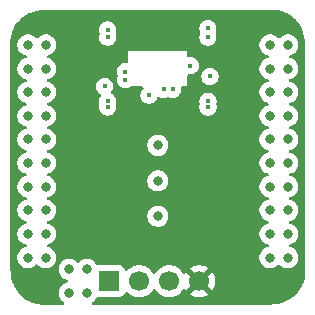
<source format=gbr>
%TF.GenerationSoftware,KiCad,Pcbnew,9.0.6*%
%TF.CreationDate,2025-11-27T01:35:14-08:00*%
%TF.ProjectId,encoder-board,656e636f-6465-4722-9d62-6f6172642e6b,rev?*%
%TF.SameCoordinates,Original*%
%TF.FileFunction,Copper,L3,Inr*%
%TF.FilePolarity,Positive*%
%FSLAX46Y46*%
G04 Gerber Fmt 4.6, Leading zero omitted, Abs format (unit mm)*
G04 Created by KiCad (PCBNEW 9.0.6) date 2025-11-27 01:35:14*
%MOMM*%
%LPD*%
G01*
G04 APERTURE LIST*
%TA.AperFunction,ComponentPad*%
%ADD10R,1.700000X1.700000*%
%TD*%
%TA.AperFunction,ComponentPad*%
%ADD11C,1.700000*%
%TD*%
%TA.AperFunction,ViaPad*%
%ADD12C,0.800000*%
%TD*%
%TA.AperFunction,ViaPad*%
%ADD13C,0.450000*%
%TD*%
G04 APERTURE END LIST*
D10*
%TO.N,GND*%
%TO.C,J1*%
X108380000Y-123000000D03*
D11*
%TO.N,SENSE_B*%
X110920000Y-123000000D03*
%TO.N,SENSE_A*%
X113460000Y-123000000D03*
%TO.N,+5V*%
X116000000Y-123000000D03*
%TD*%
D12*
%TO.N,GND*%
X123500000Y-113000000D03*
X123500000Y-111000000D03*
X101500000Y-115000000D03*
X101500000Y-119000000D03*
X122000000Y-119000000D03*
X122000000Y-121000000D03*
X122000000Y-117000000D03*
X122000000Y-103000000D03*
X101500000Y-109000000D03*
X122000000Y-115000000D03*
X112500000Y-114500000D03*
X105000000Y-124000000D03*
X101500000Y-103000000D03*
D13*
X116750000Y-107750000D03*
D12*
X112500000Y-117500000D03*
X103000000Y-121000000D03*
X101500000Y-105000000D03*
X101500000Y-107000000D03*
X101500000Y-117000000D03*
X103000000Y-113000000D03*
X103000000Y-115000000D03*
X123500000Y-103000000D03*
X103000000Y-109000000D03*
X122000000Y-105000000D03*
X122000000Y-107000000D03*
X101500000Y-113000000D03*
X112500000Y-111500000D03*
X103000000Y-117000000D03*
D13*
X113000000Y-106750000D03*
X108250000Y-107750000D03*
D12*
X103000000Y-103000000D03*
X122000000Y-111000000D03*
D13*
X116740000Y-102330000D03*
D12*
X123500000Y-117000000D03*
X103000000Y-107000000D03*
D13*
X109750000Y-105250000D03*
D12*
X103000000Y-119000000D03*
X123500000Y-115000000D03*
X123500000Y-109000000D03*
X122000000Y-109000000D03*
D13*
X109750000Y-105950000D03*
X108260000Y-101710000D03*
D12*
X106500000Y-122000000D03*
X123500000Y-121000000D03*
D13*
X108250000Y-102340000D03*
D12*
X103000000Y-111000000D03*
D13*
X116740000Y-101600000D03*
D12*
X105000000Y-122000000D03*
X123500000Y-119000000D03*
D13*
X116750000Y-108250000D03*
D12*
X106500000Y-124000000D03*
D13*
X108250000Y-108250000D03*
D12*
X123500000Y-105000000D03*
X101500000Y-121000000D03*
X101500000Y-111000000D03*
D13*
X113750000Y-106750000D03*
D12*
X123500000Y-107000000D03*
X122000000Y-113000000D03*
X103000000Y-105000000D03*
D13*
%TO.N,Net-(U1-A)*%
X116914973Y-105664973D03*
%TO.N,Net-(U2-A)*%
X108000000Y-106500000D03*
%TO.N,SENSE_A*%
X115250000Y-104750000D03*
D12*
%TO.N,+5V*%
X118500000Y-121962500D03*
D13*
X113860000Y-103270000D03*
X119250000Y-104000000D03*
X105750000Y-104000000D03*
X110930000Y-103269898D03*
%TO.N,SENSE_B*%
X111750000Y-107250000D03*
%TD*%
%TA.AperFunction,Conductor*%
%TO.N,+5V*%
G36*
X122001464Y-100000534D02*
G01*
X122204102Y-100005347D01*
X122210177Y-100005642D01*
X122401379Y-100019637D01*
X122407694Y-100020264D01*
X122589554Y-100043032D01*
X122596085Y-100044026D01*
X122768413Y-100075029D01*
X122775115Y-100076428D01*
X122939573Y-100115532D01*
X122946372Y-100117355D01*
X123099981Y-100163291D01*
X123110304Y-100166882D01*
X123400922Y-100282570D01*
X123414596Y-100289006D01*
X123675909Y-100432094D01*
X123688954Y-100440331D01*
X123925346Y-100611066D01*
X123937238Y-100620835D01*
X124150597Y-100819538D01*
X124160987Y-100830466D01*
X124221469Y-100902381D01*
X124352365Y-101058020D01*
X124361033Y-101069645D01*
X124530385Y-101326869D01*
X124537295Y-101338749D01*
X124618655Y-101498380D01*
X124666252Y-101591768D01*
X124683554Y-101625714D01*
X124688805Y-101637494D01*
X124809852Y-101952098D01*
X124813628Y-101963543D01*
X124906426Y-102298756D01*
X124908941Y-102309769D01*
X124969690Y-102645641D01*
X124971250Y-102657518D01*
X124997265Y-102972925D01*
X124999080Y-102994923D01*
X124999500Y-103005116D01*
X124999500Y-121998520D01*
X124999465Y-122001465D01*
X124994651Y-122204087D01*
X124994355Y-122210194D01*
X124980363Y-122401344D01*
X124979734Y-122407695D01*
X124956968Y-122589547D01*
X124955969Y-122596100D01*
X124924970Y-122768403D01*
X124923566Y-122775131D01*
X124884472Y-122939552D01*
X124882636Y-122946396D01*
X124836708Y-123099976D01*
X124833114Y-123110309D01*
X124717433Y-123400908D01*
X124710988Y-123414602D01*
X124567899Y-123675915D01*
X124559660Y-123688963D01*
X124388937Y-123925339D01*
X124379157Y-123937245D01*
X124180461Y-124150597D01*
X124169531Y-124160988D01*
X123941978Y-124352365D01*
X123930353Y-124361033D01*
X123673129Y-124530385D01*
X123661249Y-124537295D01*
X123374291Y-124683550D01*
X123362511Y-124688801D01*
X123047900Y-124809852D01*
X123036455Y-124813628D01*
X122701244Y-124906425D01*
X122690231Y-124908940D01*
X122354355Y-124969691D01*
X122342478Y-124971251D01*
X122005075Y-124999080D01*
X121994882Y-124999500D01*
X107033774Y-124999500D01*
X106966735Y-124979815D01*
X106920980Y-124927011D01*
X106911036Y-124857853D01*
X106940061Y-124794297D01*
X106964883Y-124772398D01*
X107009965Y-124742274D01*
X107074035Y-124699464D01*
X107199464Y-124574035D01*
X107298013Y-124426547D01*
X107300495Y-124420554D01*
X107344331Y-124366151D01*
X107410624Y-124344082D01*
X107428310Y-124344713D01*
X107482127Y-124350500D01*
X109277872Y-124350499D01*
X109337483Y-124344091D01*
X109472331Y-124293796D01*
X109587546Y-124207546D01*
X109673796Y-124092331D01*
X109722810Y-123960916D01*
X109764681Y-123904984D01*
X109830145Y-123880566D01*
X109898418Y-123895417D01*
X109926673Y-123916569D01*
X110040213Y-124030109D01*
X110212179Y-124155048D01*
X110212181Y-124155049D01*
X110212184Y-124155051D01*
X110401588Y-124251557D01*
X110603757Y-124317246D01*
X110813713Y-124350500D01*
X110813714Y-124350500D01*
X111026286Y-124350500D01*
X111026287Y-124350500D01*
X111236243Y-124317246D01*
X111438412Y-124251557D01*
X111627816Y-124155051D01*
X111714138Y-124092335D01*
X111799786Y-124030109D01*
X111799788Y-124030106D01*
X111799792Y-124030104D01*
X111950104Y-123879792D01*
X111950106Y-123879788D01*
X111950109Y-123879786D01*
X112075048Y-123707820D01*
X112075047Y-123707820D01*
X112075051Y-123707816D01*
X112079514Y-123699054D01*
X112127488Y-123648259D01*
X112195308Y-123631463D01*
X112261444Y-123653999D01*
X112300486Y-123699056D01*
X112304951Y-123707820D01*
X112429890Y-123879786D01*
X112580213Y-124030109D01*
X112752179Y-124155048D01*
X112752181Y-124155049D01*
X112752184Y-124155051D01*
X112941588Y-124251557D01*
X113143757Y-124317246D01*
X113353713Y-124350500D01*
X113353714Y-124350500D01*
X113566286Y-124350500D01*
X113566287Y-124350500D01*
X113776243Y-124317246D01*
X113978412Y-124251557D01*
X114167816Y-124155051D01*
X114254138Y-124092335D01*
X114339786Y-124030109D01*
X114339788Y-124030106D01*
X114339792Y-124030104D01*
X114490104Y-123879792D01*
X114490106Y-123879788D01*
X114490109Y-123879786D01*
X114575890Y-123761717D01*
X114615051Y-123707816D01*
X114619793Y-123698508D01*
X114667763Y-123647711D01*
X114735583Y-123630911D01*
X114801719Y-123653445D01*
X114840763Y-123698500D01*
X114845373Y-123707547D01*
X114884728Y-123761716D01*
X115517037Y-123129408D01*
X115534075Y-123192993D01*
X115599901Y-123307007D01*
X115692993Y-123400099D01*
X115807007Y-123465925D01*
X115870590Y-123482962D01*
X115238282Y-124115269D01*
X115238282Y-124115270D01*
X115292449Y-124154624D01*
X115481782Y-124251095D01*
X115683870Y-124316757D01*
X115893754Y-124350000D01*
X116106246Y-124350000D01*
X116316127Y-124316757D01*
X116316130Y-124316757D01*
X116518217Y-124251095D01*
X116707554Y-124154622D01*
X116761716Y-124115270D01*
X116761717Y-124115270D01*
X116129408Y-123482962D01*
X116192993Y-123465925D01*
X116307007Y-123400099D01*
X116400099Y-123307007D01*
X116465925Y-123192993D01*
X116482962Y-123129409D01*
X117115270Y-123761717D01*
X117115270Y-123761716D01*
X117154622Y-123707554D01*
X117251095Y-123518217D01*
X117316757Y-123316130D01*
X117316757Y-123316127D01*
X117350000Y-123106246D01*
X117350000Y-122893753D01*
X117316757Y-122683872D01*
X117316757Y-122683869D01*
X117251095Y-122481782D01*
X117154624Y-122292449D01*
X117115270Y-122238282D01*
X117115269Y-122238282D01*
X116482962Y-122870590D01*
X116465925Y-122807007D01*
X116400099Y-122692993D01*
X116307007Y-122599901D01*
X116192993Y-122534075D01*
X116129409Y-122517037D01*
X116761716Y-121884728D01*
X116707550Y-121845375D01*
X116518217Y-121748904D01*
X116316129Y-121683242D01*
X116106246Y-121650000D01*
X115893754Y-121650000D01*
X115683872Y-121683242D01*
X115683869Y-121683242D01*
X115481782Y-121748904D01*
X115292439Y-121845380D01*
X115238282Y-121884727D01*
X115238282Y-121884728D01*
X115870591Y-122517037D01*
X115807007Y-122534075D01*
X115692993Y-122599901D01*
X115599901Y-122692993D01*
X115534075Y-122807007D01*
X115517037Y-122870591D01*
X114884728Y-122238282D01*
X114884727Y-122238282D01*
X114845380Y-122292440D01*
X114845376Y-122292446D01*
X114840760Y-122301505D01*
X114792781Y-122352297D01*
X114724959Y-122369087D01*
X114658826Y-122346543D01*
X114619794Y-122301493D01*
X114615051Y-122292184D01*
X114615049Y-122292181D01*
X114615048Y-122292179D01*
X114490109Y-122120213D01*
X114339786Y-121969890D01*
X114167820Y-121844951D01*
X113978414Y-121748444D01*
X113978413Y-121748443D01*
X113978412Y-121748443D01*
X113776243Y-121682754D01*
X113776241Y-121682753D01*
X113776240Y-121682753D01*
X113614957Y-121657208D01*
X113566287Y-121649500D01*
X113353713Y-121649500D01*
X113305042Y-121657208D01*
X113143760Y-121682753D01*
X112941585Y-121748444D01*
X112752179Y-121844951D01*
X112580213Y-121969890D01*
X112429890Y-122120213D01*
X112304949Y-122292182D01*
X112300484Y-122300946D01*
X112252509Y-122351742D01*
X112184688Y-122368536D01*
X112118553Y-122345998D01*
X112079516Y-122300946D01*
X112075050Y-122292182D01*
X111950109Y-122120213D01*
X111799786Y-121969890D01*
X111627820Y-121844951D01*
X111438414Y-121748444D01*
X111438413Y-121748443D01*
X111438412Y-121748443D01*
X111236243Y-121682754D01*
X111236241Y-121682753D01*
X111236240Y-121682753D01*
X111074957Y-121657208D01*
X111026287Y-121649500D01*
X110813713Y-121649500D01*
X110765042Y-121657208D01*
X110603760Y-121682753D01*
X110401585Y-121748444D01*
X110212179Y-121844951D01*
X110040215Y-121969889D01*
X109926673Y-122083431D01*
X109865350Y-122116915D01*
X109795658Y-122111931D01*
X109739725Y-122070059D01*
X109722810Y-122039082D01*
X109673797Y-121907671D01*
X109673793Y-121907664D01*
X109587547Y-121792455D01*
X109587544Y-121792452D01*
X109472335Y-121706206D01*
X109472328Y-121706202D01*
X109337482Y-121655908D01*
X109337483Y-121655908D01*
X109277883Y-121649501D01*
X109277881Y-121649500D01*
X109277873Y-121649500D01*
X109277864Y-121649500D01*
X107482129Y-121649500D01*
X107482123Y-121649501D01*
X107428310Y-121655286D01*
X107359551Y-121642879D01*
X107308414Y-121595268D01*
X107300497Y-121579450D01*
X107298013Y-121573453D01*
X107298012Y-121573451D01*
X107298009Y-121573446D01*
X107199464Y-121425965D01*
X107199461Y-121425961D01*
X107074038Y-121300538D01*
X107074034Y-121300535D01*
X106926553Y-121201990D01*
X106926540Y-121201983D01*
X106762667Y-121134106D01*
X106762658Y-121134103D01*
X106588694Y-121099500D01*
X106588691Y-121099500D01*
X106411309Y-121099500D01*
X106411306Y-121099500D01*
X106237341Y-121134103D01*
X106237332Y-121134106D01*
X106073459Y-121201983D01*
X106073446Y-121201990D01*
X105925965Y-121300535D01*
X105925961Y-121300538D01*
X105837681Y-121388819D01*
X105776358Y-121422304D01*
X105706666Y-121417320D01*
X105662319Y-121388819D01*
X105574038Y-121300538D01*
X105574034Y-121300535D01*
X105426553Y-121201990D01*
X105426540Y-121201983D01*
X105262667Y-121134106D01*
X105262658Y-121134103D01*
X105088694Y-121099500D01*
X105088691Y-121099500D01*
X104911309Y-121099500D01*
X104911306Y-121099500D01*
X104737341Y-121134103D01*
X104737332Y-121134106D01*
X104573459Y-121201983D01*
X104573446Y-121201990D01*
X104425965Y-121300535D01*
X104425961Y-121300538D01*
X104300538Y-121425961D01*
X104300535Y-121425965D01*
X104201990Y-121573446D01*
X104201983Y-121573459D01*
X104134106Y-121737332D01*
X104134103Y-121737341D01*
X104099500Y-121911304D01*
X104099500Y-122088695D01*
X104134103Y-122262658D01*
X104134106Y-122262667D01*
X104201983Y-122426540D01*
X104201990Y-122426553D01*
X104300535Y-122574034D01*
X104300538Y-122574038D01*
X104425961Y-122699461D01*
X104425965Y-122699464D01*
X104573446Y-122798009D01*
X104573459Y-122798016D01*
X104696363Y-122848923D01*
X104737334Y-122865894D01*
X104757594Y-122869924D01*
X104800118Y-122878383D01*
X104862028Y-122910768D01*
X104896603Y-122971484D01*
X104892863Y-123041253D01*
X104851996Y-123097925D01*
X104800118Y-123121617D01*
X104737340Y-123134104D01*
X104737332Y-123134106D01*
X104573459Y-123201983D01*
X104573446Y-123201990D01*
X104425965Y-123300535D01*
X104425961Y-123300538D01*
X104300538Y-123425961D01*
X104300535Y-123425965D01*
X104201990Y-123573446D01*
X104201983Y-123573459D01*
X104134106Y-123737332D01*
X104134103Y-123737341D01*
X104099500Y-123911304D01*
X104099500Y-124088695D01*
X104134103Y-124262658D01*
X104134106Y-124262667D01*
X104201983Y-124426540D01*
X104201990Y-124426553D01*
X104300535Y-124574034D01*
X104300538Y-124574038D01*
X104425961Y-124699461D01*
X104425965Y-124699464D01*
X104535117Y-124772398D01*
X104579922Y-124826010D01*
X104588629Y-124895335D01*
X104558474Y-124958363D01*
X104499031Y-124995082D01*
X104466226Y-124999500D01*
X103001480Y-124999500D01*
X102998535Y-124999465D01*
X102795911Y-124994651D01*
X102789804Y-124994355D01*
X102598654Y-124980363D01*
X102592303Y-124979734D01*
X102410451Y-124956968D01*
X102403898Y-124955969D01*
X102231595Y-124924970D01*
X102224867Y-124923566D01*
X102060446Y-124884472D01*
X102053602Y-124882636D01*
X101900022Y-124836708D01*
X101889689Y-124833114D01*
X101599090Y-124717433D01*
X101585396Y-124710988D01*
X101324083Y-124567899D01*
X101311035Y-124559660D01*
X101074659Y-124388937D01*
X101062758Y-124379161D01*
X100849392Y-124180451D01*
X100839010Y-124169531D01*
X100828459Y-124156986D01*
X100647631Y-123941975D01*
X100638965Y-123930353D01*
X100626423Y-123911304D01*
X100469612Y-123673128D01*
X100462703Y-123661249D01*
X100456082Y-123648259D01*
X100316447Y-123374288D01*
X100311197Y-123362511D01*
X100293351Y-123316130D01*
X100190144Y-123047895D01*
X100186370Y-123036455D01*
X100184173Y-123028517D01*
X100093569Y-122701229D01*
X100091061Y-122690247D01*
X100030304Y-122354339D01*
X100028749Y-122342493D01*
X100000920Y-122005074D01*
X100000500Y-121994882D01*
X100000500Y-103001478D01*
X100000535Y-102998534D01*
X100001143Y-102972925D01*
X100002606Y-102911304D01*
X100599500Y-102911304D01*
X100599500Y-103088695D01*
X100634103Y-103262658D01*
X100634106Y-103262667D01*
X100701983Y-103426540D01*
X100701990Y-103426553D01*
X100800535Y-103574034D01*
X100800538Y-103574038D01*
X100925961Y-103699461D01*
X100925965Y-103699464D01*
X101073446Y-103798009D01*
X101073459Y-103798016D01*
X101196363Y-103848923D01*
X101237334Y-103865894D01*
X101257594Y-103869924D01*
X101300118Y-103878383D01*
X101362028Y-103910768D01*
X101396603Y-103971484D01*
X101392863Y-104041253D01*
X101351996Y-104097925D01*
X101300118Y-104121617D01*
X101237340Y-104134104D01*
X101237332Y-104134106D01*
X101073459Y-104201983D01*
X101073446Y-104201990D01*
X100925965Y-104300535D01*
X100925961Y-104300538D01*
X100800538Y-104425961D01*
X100800535Y-104425965D01*
X100701990Y-104573446D01*
X100701983Y-104573459D01*
X100634106Y-104737332D01*
X100634103Y-104737341D01*
X100599500Y-104911304D01*
X100599500Y-105088695D01*
X100634103Y-105262658D01*
X100634106Y-105262667D01*
X100701983Y-105426540D01*
X100701990Y-105426553D01*
X100800535Y-105574034D01*
X100800538Y-105574038D01*
X100925961Y-105699461D01*
X100925965Y-105699464D01*
X101073446Y-105798009D01*
X101073459Y-105798016D01*
X101196363Y-105848923D01*
X101237334Y-105865894D01*
X101257594Y-105869924D01*
X101300118Y-105878383D01*
X101362028Y-105910768D01*
X101396603Y-105971484D01*
X101392863Y-106041253D01*
X101351996Y-106097925D01*
X101300118Y-106121617D01*
X101237340Y-106134104D01*
X101237332Y-106134106D01*
X101073459Y-106201983D01*
X101073446Y-106201990D01*
X100925965Y-106300535D01*
X100925961Y-106300538D01*
X100800538Y-106425961D01*
X100800535Y-106425965D01*
X100701990Y-106573446D01*
X100701983Y-106573459D01*
X100634106Y-106737332D01*
X100634103Y-106737341D01*
X100599500Y-106911304D01*
X100599500Y-107088695D01*
X100634103Y-107262658D01*
X100634106Y-107262667D01*
X100701983Y-107426540D01*
X100701990Y-107426553D01*
X100800535Y-107574034D01*
X100800538Y-107574038D01*
X100925961Y-107699461D01*
X100925965Y-107699464D01*
X101073446Y-107798009D01*
X101073459Y-107798016D01*
X101130052Y-107821457D01*
X101237334Y-107865894D01*
X101257594Y-107869924D01*
X101300118Y-107878383D01*
X101362028Y-107910768D01*
X101396603Y-107971484D01*
X101392863Y-108041253D01*
X101351996Y-108097925D01*
X101300118Y-108121617D01*
X101237340Y-108134104D01*
X101237332Y-108134106D01*
X101073459Y-108201983D01*
X101073446Y-108201990D01*
X100925965Y-108300535D01*
X100925961Y-108300538D01*
X100800538Y-108425961D01*
X100800535Y-108425965D01*
X100701990Y-108573446D01*
X100701983Y-108573459D01*
X100634106Y-108737332D01*
X100634103Y-108737341D01*
X100599500Y-108911304D01*
X100599500Y-109088695D01*
X100634103Y-109262658D01*
X100634106Y-109262667D01*
X100701983Y-109426540D01*
X100701990Y-109426553D01*
X100800535Y-109574034D01*
X100800538Y-109574038D01*
X100925961Y-109699461D01*
X100925965Y-109699464D01*
X101073446Y-109798009D01*
X101073459Y-109798016D01*
X101196363Y-109848923D01*
X101237334Y-109865894D01*
X101257594Y-109869924D01*
X101300118Y-109878383D01*
X101362028Y-109910768D01*
X101396603Y-109971484D01*
X101392863Y-110041253D01*
X101351996Y-110097925D01*
X101300118Y-110121617D01*
X101237340Y-110134104D01*
X101237332Y-110134106D01*
X101073459Y-110201983D01*
X101073446Y-110201990D01*
X100925965Y-110300535D01*
X100925961Y-110300538D01*
X100800538Y-110425961D01*
X100800535Y-110425965D01*
X100701990Y-110573446D01*
X100701983Y-110573459D01*
X100634106Y-110737332D01*
X100634103Y-110737341D01*
X100599500Y-110911304D01*
X100599500Y-111088695D01*
X100634103Y-111262658D01*
X100634106Y-111262667D01*
X100701983Y-111426540D01*
X100701990Y-111426553D01*
X100800535Y-111574034D01*
X100800538Y-111574038D01*
X100925961Y-111699461D01*
X100925965Y-111699464D01*
X101073446Y-111798009D01*
X101073459Y-111798016D01*
X101196363Y-111848923D01*
X101237334Y-111865894D01*
X101257594Y-111869924D01*
X101300118Y-111878383D01*
X101362028Y-111910768D01*
X101396603Y-111971484D01*
X101392863Y-112041253D01*
X101351996Y-112097925D01*
X101300118Y-112121617D01*
X101237340Y-112134104D01*
X101237332Y-112134106D01*
X101073459Y-112201983D01*
X101073446Y-112201990D01*
X100925965Y-112300535D01*
X100925961Y-112300538D01*
X100800538Y-112425961D01*
X100800535Y-112425965D01*
X100701990Y-112573446D01*
X100701983Y-112573459D01*
X100634106Y-112737332D01*
X100634103Y-112737341D01*
X100599500Y-112911304D01*
X100599500Y-113088695D01*
X100634103Y-113262658D01*
X100634106Y-113262667D01*
X100701983Y-113426540D01*
X100701990Y-113426553D01*
X100800535Y-113574034D01*
X100800538Y-113574038D01*
X100925961Y-113699461D01*
X100925965Y-113699464D01*
X101073446Y-113798009D01*
X101073459Y-113798016D01*
X101196363Y-113848923D01*
X101237334Y-113865894D01*
X101257594Y-113869924D01*
X101300118Y-113878383D01*
X101362028Y-113910768D01*
X101396603Y-113971484D01*
X101392863Y-114041253D01*
X101351996Y-114097925D01*
X101300118Y-114121617D01*
X101237340Y-114134104D01*
X101237332Y-114134106D01*
X101073459Y-114201983D01*
X101073446Y-114201990D01*
X100925965Y-114300535D01*
X100925961Y-114300538D01*
X100800538Y-114425961D01*
X100800535Y-114425965D01*
X100701990Y-114573446D01*
X100701983Y-114573459D01*
X100634106Y-114737332D01*
X100634103Y-114737341D01*
X100599500Y-114911304D01*
X100599500Y-115088695D01*
X100634103Y-115262658D01*
X100634106Y-115262667D01*
X100701983Y-115426540D01*
X100701990Y-115426553D01*
X100800535Y-115574034D01*
X100800538Y-115574038D01*
X100925961Y-115699461D01*
X100925965Y-115699464D01*
X101073446Y-115798009D01*
X101073459Y-115798016D01*
X101196363Y-115848923D01*
X101237334Y-115865894D01*
X101257594Y-115869924D01*
X101300118Y-115878383D01*
X101362028Y-115910768D01*
X101396603Y-115971484D01*
X101392863Y-116041253D01*
X101351996Y-116097925D01*
X101300118Y-116121617D01*
X101237340Y-116134104D01*
X101237332Y-116134106D01*
X101073459Y-116201983D01*
X101073446Y-116201990D01*
X100925965Y-116300535D01*
X100925961Y-116300538D01*
X100800538Y-116425961D01*
X100800535Y-116425965D01*
X100701990Y-116573446D01*
X100701983Y-116573459D01*
X100634106Y-116737332D01*
X100634103Y-116737341D01*
X100599500Y-116911304D01*
X100599500Y-117088695D01*
X100634103Y-117262658D01*
X100634106Y-117262667D01*
X100701983Y-117426540D01*
X100701990Y-117426553D01*
X100800535Y-117574034D01*
X100800538Y-117574038D01*
X100925961Y-117699461D01*
X100925965Y-117699464D01*
X101073446Y-117798009D01*
X101073459Y-117798016D01*
X101196363Y-117848923D01*
X101237334Y-117865894D01*
X101257594Y-117869924D01*
X101300118Y-117878383D01*
X101362028Y-117910768D01*
X101396603Y-117971484D01*
X101392863Y-118041253D01*
X101351996Y-118097925D01*
X101300118Y-118121617D01*
X101237340Y-118134104D01*
X101237332Y-118134106D01*
X101073459Y-118201983D01*
X101073446Y-118201990D01*
X100925965Y-118300535D01*
X100925961Y-118300538D01*
X100800538Y-118425961D01*
X100800535Y-118425965D01*
X100701990Y-118573446D01*
X100701983Y-118573459D01*
X100634106Y-118737332D01*
X100634103Y-118737341D01*
X100599500Y-118911304D01*
X100599500Y-119088695D01*
X100634103Y-119262658D01*
X100634106Y-119262667D01*
X100701983Y-119426540D01*
X100701990Y-119426553D01*
X100800535Y-119574034D01*
X100800538Y-119574038D01*
X100925961Y-119699461D01*
X100925965Y-119699464D01*
X101073446Y-119798009D01*
X101073459Y-119798016D01*
X101196363Y-119848923D01*
X101237334Y-119865894D01*
X101257594Y-119869924D01*
X101300118Y-119878383D01*
X101362028Y-119910768D01*
X101396603Y-119971484D01*
X101392863Y-120041253D01*
X101351996Y-120097925D01*
X101300118Y-120121617D01*
X101237340Y-120134104D01*
X101237332Y-120134106D01*
X101073459Y-120201983D01*
X101073446Y-120201990D01*
X100925965Y-120300535D01*
X100925961Y-120300538D01*
X100800538Y-120425961D01*
X100800535Y-120425965D01*
X100701990Y-120573446D01*
X100701983Y-120573459D01*
X100634106Y-120737332D01*
X100634103Y-120737341D01*
X100599500Y-120911304D01*
X100599500Y-121088695D01*
X100634103Y-121262658D01*
X100634106Y-121262667D01*
X100701983Y-121426540D01*
X100701990Y-121426553D01*
X100800535Y-121574034D01*
X100800538Y-121574038D01*
X100925961Y-121699461D01*
X100925965Y-121699464D01*
X101073446Y-121798009D01*
X101073459Y-121798016D01*
X101187796Y-121845375D01*
X101237334Y-121865894D01*
X101237336Y-121865894D01*
X101237341Y-121865896D01*
X101411304Y-121900499D01*
X101411307Y-121900500D01*
X101411309Y-121900500D01*
X101588693Y-121900500D01*
X101588694Y-121900499D01*
X101667987Y-121884727D01*
X101762658Y-121865896D01*
X101762661Y-121865894D01*
X101762666Y-121865894D01*
X101926547Y-121798013D01*
X102074035Y-121699464D01*
X102117591Y-121655908D01*
X102162319Y-121611181D01*
X102223642Y-121577696D01*
X102293334Y-121582680D01*
X102337681Y-121611181D01*
X102425961Y-121699461D01*
X102425965Y-121699464D01*
X102573446Y-121798009D01*
X102573459Y-121798016D01*
X102687796Y-121845375D01*
X102737334Y-121865894D01*
X102737336Y-121865894D01*
X102737341Y-121865896D01*
X102911304Y-121900499D01*
X102911307Y-121900500D01*
X102911309Y-121900500D01*
X103088693Y-121900500D01*
X103088694Y-121900499D01*
X103167987Y-121884727D01*
X103262658Y-121865896D01*
X103262661Y-121865894D01*
X103262666Y-121865894D01*
X103426547Y-121798013D01*
X103574035Y-121699464D01*
X103699464Y-121574035D01*
X103798013Y-121426547D01*
X103799771Y-121422304D01*
X103850207Y-121300538D01*
X103865894Y-121262666D01*
X103900500Y-121088691D01*
X103900500Y-120911309D01*
X103900500Y-120911306D01*
X103900499Y-120911304D01*
X103865896Y-120737341D01*
X103865893Y-120737332D01*
X103798016Y-120573459D01*
X103798009Y-120573446D01*
X103699464Y-120425965D01*
X103699461Y-120425961D01*
X103574038Y-120300538D01*
X103574034Y-120300535D01*
X103426553Y-120201990D01*
X103426540Y-120201983D01*
X103262667Y-120134106D01*
X103262658Y-120134103D01*
X103199882Y-120121617D01*
X103137971Y-120089232D01*
X103103397Y-120028517D01*
X103107136Y-119958747D01*
X103148003Y-119902075D01*
X103199882Y-119878383D01*
X103262658Y-119865896D01*
X103262661Y-119865894D01*
X103262666Y-119865894D01*
X103426547Y-119798013D01*
X103574035Y-119699464D01*
X103699464Y-119574035D01*
X103798013Y-119426547D01*
X103865894Y-119262666D01*
X103900500Y-119088691D01*
X103900500Y-118911309D01*
X103900500Y-118911306D01*
X103900499Y-118911304D01*
X103865896Y-118737341D01*
X103865893Y-118737332D01*
X103798016Y-118573459D01*
X103798009Y-118573446D01*
X103699464Y-118425965D01*
X103699461Y-118425961D01*
X103574038Y-118300538D01*
X103574034Y-118300535D01*
X103426553Y-118201990D01*
X103426540Y-118201983D01*
X103262667Y-118134106D01*
X103262658Y-118134103D01*
X103199882Y-118121617D01*
X103137971Y-118089232D01*
X103103397Y-118028517D01*
X103107136Y-117958747D01*
X103148003Y-117902075D01*
X103199882Y-117878383D01*
X103262658Y-117865896D01*
X103262661Y-117865894D01*
X103262666Y-117865894D01*
X103426547Y-117798013D01*
X103574035Y-117699464D01*
X103699464Y-117574035D01*
X103798013Y-117426547D01*
X103804327Y-117411304D01*
X111599500Y-117411304D01*
X111599500Y-117588695D01*
X111634103Y-117762658D01*
X111634106Y-117762667D01*
X111701983Y-117926540D01*
X111701990Y-117926553D01*
X111800535Y-118074034D01*
X111800538Y-118074038D01*
X111925961Y-118199461D01*
X111925965Y-118199464D01*
X112073446Y-118298009D01*
X112073459Y-118298016D01*
X112196363Y-118348923D01*
X112237334Y-118365894D01*
X112237336Y-118365894D01*
X112237341Y-118365896D01*
X112411304Y-118400499D01*
X112411307Y-118400500D01*
X112411309Y-118400500D01*
X112588693Y-118400500D01*
X112588694Y-118400499D01*
X112647415Y-118388819D01*
X112762658Y-118365896D01*
X112762661Y-118365894D01*
X112762666Y-118365894D01*
X112926547Y-118298013D01*
X113074035Y-118199464D01*
X113199464Y-118074035D01*
X113298013Y-117926547D01*
X113365894Y-117762666D01*
X113378467Y-117699461D01*
X113396026Y-117611181D01*
X113400500Y-117588691D01*
X113400500Y-117411309D01*
X113400500Y-117411306D01*
X113400499Y-117411304D01*
X113365896Y-117237341D01*
X113365893Y-117237332D01*
X113298016Y-117073459D01*
X113298009Y-117073446D01*
X113199464Y-116925965D01*
X113199461Y-116925961D01*
X113074038Y-116800538D01*
X113074034Y-116800535D01*
X112926553Y-116701990D01*
X112926540Y-116701983D01*
X112762667Y-116634106D01*
X112762658Y-116634103D01*
X112588694Y-116599500D01*
X112588691Y-116599500D01*
X112411309Y-116599500D01*
X112411306Y-116599500D01*
X112237341Y-116634103D01*
X112237332Y-116634106D01*
X112073459Y-116701983D01*
X112073446Y-116701990D01*
X111925965Y-116800535D01*
X111925961Y-116800538D01*
X111800538Y-116925961D01*
X111800535Y-116925965D01*
X111701990Y-117073446D01*
X111701983Y-117073459D01*
X111634106Y-117237332D01*
X111634103Y-117237341D01*
X111599500Y-117411304D01*
X103804327Y-117411304D01*
X103865894Y-117262666D01*
X103870932Y-117237341D01*
X103900499Y-117088695D01*
X103900500Y-117088693D01*
X103900500Y-116911306D01*
X103900499Y-116911304D01*
X103865896Y-116737341D01*
X103865893Y-116737332D01*
X103798016Y-116573459D01*
X103798009Y-116573446D01*
X103699464Y-116425965D01*
X103699461Y-116425961D01*
X103574038Y-116300538D01*
X103574034Y-116300535D01*
X103426553Y-116201990D01*
X103426540Y-116201983D01*
X103262667Y-116134106D01*
X103262658Y-116134103D01*
X103199882Y-116121617D01*
X103137971Y-116089232D01*
X103103397Y-116028517D01*
X103107136Y-115958747D01*
X103148003Y-115902075D01*
X103199882Y-115878383D01*
X103262658Y-115865896D01*
X103262661Y-115865894D01*
X103262666Y-115865894D01*
X103426547Y-115798013D01*
X103574035Y-115699464D01*
X103699464Y-115574035D01*
X103798013Y-115426547D01*
X103865894Y-115262666D01*
X103878467Y-115199461D01*
X103900499Y-115088695D01*
X103900500Y-115088693D01*
X103900500Y-114911306D01*
X103900499Y-114911304D01*
X103865896Y-114737341D01*
X103865893Y-114737332D01*
X103798016Y-114573459D01*
X103798009Y-114573446D01*
X103731633Y-114474108D01*
X103699464Y-114425965D01*
X103699461Y-114425961D01*
X103684804Y-114411304D01*
X111599500Y-114411304D01*
X111599500Y-114588695D01*
X111634103Y-114762658D01*
X111634106Y-114762667D01*
X111701983Y-114926540D01*
X111701990Y-114926553D01*
X111800535Y-115074034D01*
X111800538Y-115074038D01*
X111925961Y-115199461D01*
X111925965Y-115199464D01*
X112073446Y-115298009D01*
X112073459Y-115298016D01*
X112196363Y-115348923D01*
X112237334Y-115365894D01*
X112237336Y-115365894D01*
X112237341Y-115365896D01*
X112411304Y-115400499D01*
X112411307Y-115400500D01*
X112411309Y-115400500D01*
X112588693Y-115400500D01*
X112588694Y-115400499D01*
X112646682Y-115388964D01*
X112762658Y-115365896D01*
X112762661Y-115365894D01*
X112762666Y-115365894D01*
X112926547Y-115298013D01*
X113074035Y-115199464D01*
X113199464Y-115074035D01*
X113298013Y-114926547D01*
X113365894Y-114762666D01*
X113370932Y-114737341D01*
X113400499Y-114588695D01*
X113400500Y-114588693D01*
X113400500Y-114411306D01*
X113400499Y-114411304D01*
X113365896Y-114237341D01*
X113365893Y-114237332D01*
X113298016Y-114073459D01*
X113298009Y-114073446D01*
X113199464Y-113925965D01*
X113199461Y-113925961D01*
X113074038Y-113800538D01*
X113074034Y-113800535D01*
X112926553Y-113701990D01*
X112926540Y-113701983D01*
X112762667Y-113634106D01*
X112762658Y-113634103D01*
X112588694Y-113599500D01*
X112588691Y-113599500D01*
X112411309Y-113599500D01*
X112411306Y-113599500D01*
X112237341Y-113634103D01*
X112237332Y-113634106D01*
X112073459Y-113701983D01*
X112073446Y-113701990D01*
X111925965Y-113800535D01*
X111925961Y-113800538D01*
X111800538Y-113925961D01*
X111800535Y-113925965D01*
X111701990Y-114073446D01*
X111701983Y-114073459D01*
X111634106Y-114237332D01*
X111634103Y-114237341D01*
X111599500Y-114411304D01*
X103684804Y-114411304D01*
X103574038Y-114300538D01*
X103574034Y-114300535D01*
X103426553Y-114201990D01*
X103426540Y-114201983D01*
X103262667Y-114134106D01*
X103262658Y-114134103D01*
X103199882Y-114121617D01*
X103137971Y-114089232D01*
X103103397Y-114028517D01*
X103107136Y-113958747D01*
X103148003Y-113902075D01*
X103199882Y-113878383D01*
X103262658Y-113865896D01*
X103262661Y-113865894D01*
X103262666Y-113865894D01*
X103426547Y-113798013D01*
X103574035Y-113699464D01*
X103699464Y-113574035D01*
X103798013Y-113426547D01*
X103865894Y-113262666D01*
X103900500Y-113088691D01*
X103900500Y-112911309D01*
X103900500Y-112911306D01*
X103900499Y-112911304D01*
X103865896Y-112737341D01*
X103865893Y-112737332D01*
X103798016Y-112573459D01*
X103798009Y-112573446D01*
X103699464Y-112425965D01*
X103699461Y-112425961D01*
X103574038Y-112300538D01*
X103574034Y-112300535D01*
X103426553Y-112201990D01*
X103426540Y-112201983D01*
X103262667Y-112134106D01*
X103262658Y-112134103D01*
X103199882Y-112121617D01*
X103137971Y-112089232D01*
X103103397Y-112028517D01*
X103107136Y-111958747D01*
X103148003Y-111902075D01*
X103199882Y-111878383D01*
X103262658Y-111865896D01*
X103262661Y-111865894D01*
X103262666Y-111865894D01*
X103426547Y-111798013D01*
X103574035Y-111699464D01*
X103699464Y-111574035D01*
X103798013Y-111426547D01*
X103804327Y-111411304D01*
X111599500Y-111411304D01*
X111599500Y-111588695D01*
X111634103Y-111762658D01*
X111634106Y-111762667D01*
X111701983Y-111926540D01*
X111701990Y-111926553D01*
X111800535Y-112074034D01*
X111800538Y-112074038D01*
X111925961Y-112199461D01*
X111925965Y-112199464D01*
X112073446Y-112298009D01*
X112073459Y-112298016D01*
X112196363Y-112348923D01*
X112237334Y-112365894D01*
X112237336Y-112365894D01*
X112237341Y-112365896D01*
X112411304Y-112400499D01*
X112411307Y-112400500D01*
X112411309Y-112400500D01*
X112588693Y-112400500D01*
X112588694Y-112400499D01*
X112647415Y-112388819D01*
X112762658Y-112365896D01*
X112762661Y-112365894D01*
X112762666Y-112365894D01*
X112926547Y-112298013D01*
X113074035Y-112199464D01*
X113199464Y-112074035D01*
X113298013Y-111926547D01*
X113365894Y-111762666D01*
X113378467Y-111699461D01*
X113396026Y-111611181D01*
X113400500Y-111588691D01*
X113400500Y-111411309D01*
X113400500Y-111411306D01*
X113400499Y-111411304D01*
X113365896Y-111237341D01*
X113365893Y-111237332D01*
X113298016Y-111073459D01*
X113298009Y-111073446D01*
X113199464Y-110925965D01*
X113199461Y-110925961D01*
X113074038Y-110800538D01*
X113074034Y-110800535D01*
X112926553Y-110701990D01*
X112926540Y-110701983D01*
X112762667Y-110634106D01*
X112762658Y-110634103D01*
X112588694Y-110599500D01*
X112588691Y-110599500D01*
X112411309Y-110599500D01*
X112411306Y-110599500D01*
X112237341Y-110634103D01*
X112237332Y-110634106D01*
X112073459Y-110701983D01*
X112073446Y-110701990D01*
X111925965Y-110800535D01*
X111925961Y-110800538D01*
X111800538Y-110925961D01*
X111800535Y-110925965D01*
X111701990Y-111073446D01*
X111701983Y-111073459D01*
X111634106Y-111237332D01*
X111634103Y-111237341D01*
X111599500Y-111411304D01*
X103804327Y-111411304D01*
X103865894Y-111262666D01*
X103870932Y-111237341D01*
X103900499Y-111088695D01*
X103900500Y-111088693D01*
X103900500Y-110911306D01*
X103900499Y-110911304D01*
X103865896Y-110737341D01*
X103865893Y-110737332D01*
X103798016Y-110573459D01*
X103798009Y-110573446D01*
X103699464Y-110425965D01*
X103699461Y-110425961D01*
X103574038Y-110300538D01*
X103574034Y-110300535D01*
X103426553Y-110201990D01*
X103426540Y-110201983D01*
X103262667Y-110134106D01*
X103262658Y-110134103D01*
X103199882Y-110121617D01*
X103137971Y-110089232D01*
X103103397Y-110028517D01*
X103107136Y-109958747D01*
X103148003Y-109902075D01*
X103199882Y-109878383D01*
X103262658Y-109865896D01*
X103262661Y-109865894D01*
X103262666Y-109865894D01*
X103426547Y-109798013D01*
X103574035Y-109699464D01*
X103699464Y-109574035D01*
X103798013Y-109426547D01*
X103865894Y-109262666D01*
X103900500Y-109088691D01*
X103900500Y-108911309D01*
X103900500Y-108911306D01*
X103900499Y-108911304D01*
X103865896Y-108737341D01*
X103865893Y-108737332D01*
X103798016Y-108573459D01*
X103798009Y-108573446D01*
X103699464Y-108425965D01*
X103699461Y-108425961D01*
X103574038Y-108300538D01*
X103574034Y-108300535D01*
X103426553Y-108201990D01*
X103426540Y-108201983D01*
X103262667Y-108134106D01*
X103262658Y-108134103D01*
X103199882Y-108121617D01*
X103137971Y-108089232D01*
X103103397Y-108028517D01*
X103107136Y-107958747D01*
X103148003Y-107902075D01*
X103199882Y-107878383D01*
X103262658Y-107865896D01*
X103262661Y-107865894D01*
X103262666Y-107865894D01*
X103426547Y-107798013D01*
X103574035Y-107699464D01*
X103699464Y-107574035D01*
X103798013Y-107426547D01*
X103865894Y-107262666D01*
X103875877Y-107212482D01*
X103899513Y-107093653D01*
X103900500Y-107088691D01*
X103900500Y-106911309D01*
X103900500Y-106911306D01*
X103900499Y-106911304D01*
X103865896Y-106737341D01*
X103865893Y-106737332D01*
X103855240Y-106711614D01*
X103806081Y-106592930D01*
X103798016Y-106573459D01*
X103798009Y-106573446D01*
X103796680Y-106571457D01*
X107274499Y-106571457D01*
X107302379Y-106711614D01*
X107302381Y-106711620D01*
X107357069Y-106843650D01*
X107357074Y-106843659D01*
X107436467Y-106962478D01*
X107436470Y-106962482D01*
X107537517Y-107063529D01*
X107537521Y-107063532D01*
X107640861Y-107132582D01*
X107685666Y-107186194D01*
X107694373Y-107255519D01*
X107675072Y-107304575D01*
X107607074Y-107406340D01*
X107607069Y-107406349D01*
X107552381Y-107538379D01*
X107552379Y-107538385D01*
X107524500Y-107678542D01*
X107524500Y-107678545D01*
X107524500Y-107821455D01*
X107524500Y-107821457D01*
X107524499Y-107821457D01*
X107552381Y-107961626D01*
X107553106Y-107964014D01*
X107553117Y-107965324D01*
X107553569Y-107967594D01*
X107553138Y-107967679D01*
X107553725Y-108033881D01*
X107553106Y-108035986D01*
X107552381Y-108038373D01*
X107524500Y-108178542D01*
X107524500Y-108178545D01*
X107524500Y-108321455D01*
X107524500Y-108321457D01*
X107524499Y-108321457D01*
X107552379Y-108461614D01*
X107552381Y-108461620D01*
X107607069Y-108593650D01*
X107607074Y-108593659D01*
X107686467Y-108712478D01*
X107686470Y-108712482D01*
X107787517Y-108813529D01*
X107787521Y-108813532D01*
X107906340Y-108892925D01*
X107906346Y-108892928D01*
X107906347Y-108892929D01*
X108038380Y-108947619D01*
X108038384Y-108947619D01*
X108038385Y-108947620D01*
X108178542Y-108975500D01*
X108178545Y-108975500D01*
X108321457Y-108975500D01*
X108415751Y-108956742D01*
X108461620Y-108947619D01*
X108593653Y-108892929D01*
X108712479Y-108813532D01*
X108813532Y-108712479D01*
X108892929Y-108593653D01*
X108947619Y-108461620D01*
X108975500Y-108321455D01*
X108975500Y-108178545D01*
X108975500Y-108178542D01*
X108947619Y-108038379D01*
X108946897Y-108035999D01*
X108946885Y-108034689D01*
X108946431Y-108032406D01*
X108946864Y-108032319D01*
X108946271Y-107966133D01*
X108946897Y-107964001D01*
X108947619Y-107961620D01*
X108975500Y-107821457D01*
X108975500Y-107678542D01*
X108947620Y-107538385D01*
X108947619Y-107538384D01*
X108947619Y-107538380D01*
X108892929Y-107406347D01*
X108892928Y-107406346D01*
X108892925Y-107406340D01*
X108813532Y-107287521D01*
X108813529Y-107287517D01*
X108712482Y-107186470D01*
X108712478Y-107186467D01*
X108609138Y-107117417D01*
X108564333Y-107063805D01*
X108555626Y-106994480D01*
X108574924Y-106945428D01*
X108642929Y-106843653D01*
X108697619Y-106711620D01*
X108711538Y-106641647D01*
X108725500Y-106571457D01*
X108725500Y-106428542D01*
X108697620Y-106288385D01*
X108697619Y-106288384D01*
X108697619Y-106288380D01*
X108642929Y-106156347D01*
X108642928Y-106156346D01*
X108642925Y-106156340D01*
X108563532Y-106037521D01*
X108563529Y-106037517D01*
X108462482Y-105936470D01*
X108462478Y-105936467D01*
X108343659Y-105857074D01*
X108343650Y-105857069D01*
X108211620Y-105802381D01*
X108211614Y-105802379D01*
X108071457Y-105774500D01*
X108071455Y-105774500D01*
X107928545Y-105774500D01*
X107928543Y-105774500D01*
X107788385Y-105802379D01*
X107788379Y-105802381D01*
X107656349Y-105857069D01*
X107656340Y-105857074D01*
X107537521Y-105936467D01*
X107537517Y-105936470D01*
X107436470Y-106037517D01*
X107436467Y-106037521D01*
X107357074Y-106156340D01*
X107357069Y-106156349D01*
X107302381Y-106288379D01*
X107302379Y-106288385D01*
X107274500Y-106428542D01*
X107274500Y-106428545D01*
X107274500Y-106571455D01*
X107274500Y-106571457D01*
X107274499Y-106571457D01*
X103796680Y-106571457D01*
X103743151Y-106491346D01*
X103743150Y-106491345D01*
X103699461Y-106425961D01*
X103574038Y-106300538D01*
X103574034Y-106300535D01*
X103426553Y-106201990D01*
X103426540Y-106201983D01*
X103262667Y-106134106D01*
X103262658Y-106134103D01*
X103199882Y-106121617D01*
X103137971Y-106089232D01*
X103103397Y-106028517D01*
X103107136Y-105958747D01*
X103148003Y-105902075D01*
X103199882Y-105878383D01*
X103262658Y-105865896D01*
X103262661Y-105865894D01*
X103262666Y-105865894D01*
X103416002Y-105802381D01*
X103426540Y-105798016D01*
X103426540Y-105798015D01*
X103426547Y-105798013D01*
X103574035Y-105699464D01*
X103699464Y-105574035D01*
X103798013Y-105426547D01*
X103841542Y-105321457D01*
X109024499Y-105321457D01*
X109052379Y-105461614D01*
X109052382Y-105461624D01*
X109090044Y-105552548D01*
X109097513Y-105622017D01*
X109090044Y-105647452D01*
X109052382Y-105738375D01*
X109052379Y-105738385D01*
X109024500Y-105878542D01*
X109024500Y-105878545D01*
X109024500Y-106021455D01*
X109024500Y-106021457D01*
X109024499Y-106021457D01*
X109052379Y-106161614D01*
X109052381Y-106161620D01*
X109107069Y-106293650D01*
X109107074Y-106293659D01*
X109186467Y-106412478D01*
X109186470Y-106412482D01*
X109287517Y-106513529D01*
X109287521Y-106513532D01*
X109406340Y-106592925D01*
X109406346Y-106592928D01*
X109406347Y-106592929D01*
X109538380Y-106647619D01*
X109538384Y-106647619D01*
X109538385Y-106647620D01*
X109678542Y-106675500D01*
X109678545Y-106675500D01*
X109821457Y-106675500D01*
X109915751Y-106656742D01*
X109961620Y-106647619D01*
X110093653Y-106592929D01*
X110093659Y-106592925D01*
X110201456Y-106520898D01*
X110268134Y-106500020D01*
X110270347Y-106500000D01*
X111174626Y-106500000D01*
X111241665Y-106519685D01*
X111287420Y-106572489D01*
X111297364Y-106641647D01*
X111268339Y-106705203D01*
X111262307Y-106711681D01*
X111186470Y-106787517D01*
X111186467Y-106787521D01*
X111107074Y-106906340D01*
X111107069Y-106906349D01*
X111052381Y-107038379D01*
X111052379Y-107038385D01*
X111024500Y-107178542D01*
X111024500Y-107178545D01*
X111024500Y-107321455D01*
X111024500Y-107321457D01*
X111024499Y-107321457D01*
X111052379Y-107461614D01*
X111052381Y-107461620D01*
X111107069Y-107593650D01*
X111107074Y-107593659D01*
X111186467Y-107712478D01*
X111186470Y-107712482D01*
X111287517Y-107813529D01*
X111287521Y-107813532D01*
X111406340Y-107892925D01*
X111406346Y-107892928D01*
X111406347Y-107892929D01*
X111538380Y-107947619D01*
X111538384Y-107947619D01*
X111538385Y-107947620D01*
X111678542Y-107975500D01*
X111678545Y-107975500D01*
X111821457Y-107975500D01*
X111915751Y-107956742D01*
X111961620Y-107947619D01*
X112093653Y-107892929D01*
X112200618Y-107821457D01*
X116024499Y-107821457D01*
X116052381Y-107961626D01*
X116053106Y-107964014D01*
X116053117Y-107965324D01*
X116053569Y-107967594D01*
X116053138Y-107967679D01*
X116053725Y-108033881D01*
X116053106Y-108035986D01*
X116052381Y-108038373D01*
X116024500Y-108178542D01*
X116024500Y-108178545D01*
X116024500Y-108321455D01*
X116024500Y-108321457D01*
X116024499Y-108321457D01*
X116052379Y-108461614D01*
X116052381Y-108461620D01*
X116107069Y-108593650D01*
X116107074Y-108593659D01*
X116186467Y-108712478D01*
X116186470Y-108712482D01*
X116287517Y-108813529D01*
X116287521Y-108813532D01*
X116406340Y-108892925D01*
X116406346Y-108892928D01*
X116406347Y-108892929D01*
X116538380Y-108947619D01*
X116538384Y-108947619D01*
X116538385Y-108947620D01*
X116678542Y-108975500D01*
X116678545Y-108975500D01*
X116821457Y-108975500D01*
X116915751Y-108956742D01*
X116961620Y-108947619D01*
X117093653Y-108892929D01*
X117212479Y-108813532D01*
X117313532Y-108712479D01*
X117392929Y-108593653D01*
X117447619Y-108461620D01*
X117475500Y-108321455D01*
X117475500Y-108178545D01*
X117475500Y-108178542D01*
X117447619Y-108038379D01*
X117446897Y-108035999D01*
X117446885Y-108034689D01*
X117446431Y-108032406D01*
X117446864Y-108032319D01*
X117446271Y-107966133D01*
X117446897Y-107964001D01*
X117447619Y-107961620D01*
X117475500Y-107821457D01*
X117475500Y-107678542D01*
X117447620Y-107538385D01*
X117447619Y-107538384D01*
X117447619Y-107538380D01*
X117392929Y-107406347D01*
X117392928Y-107406346D01*
X117392925Y-107406340D01*
X117313532Y-107287521D01*
X117313529Y-107287517D01*
X117212482Y-107186470D01*
X117212478Y-107186467D01*
X117093659Y-107107074D01*
X117093650Y-107107069D01*
X116961620Y-107052381D01*
X116961614Y-107052379D01*
X116821457Y-107024500D01*
X116821455Y-107024500D01*
X116678545Y-107024500D01*
X116678543Y-107024500D01*
X116538385Y-107052379D01*
X116538379Y-107052381D01*
X116406349Y-107107069D01*
X116406340Y-107107074D01*
X116287521Y-107186467D01*
X116287517Y-107186470D01*
X116186470Y-107287517D01*
X116186467Y-107287521D01*
X116107074Y-107406340D01*
X116107069Y-107406349D01*
X116052381Y-107538379D01*
X116052379Y-107538385D01*
X116024500Y-107678542D01*
X116024500Y-107678545D01*
X116024500Y-107821455D01*
X116024500Y-107821457D01*
X116024499Y-107821457D01*
X112200618Y-107821457D01*
X112212479Y-107813532D01*
X112313532Y-107712479D01*
X112392929Y-107593653D01*
X112447619Y-107461620D01*
X112450464Y-107447317D01*
X112455482Y-107435527D01*
X112469853Y-107418042D01*
X112480340Y-107397991D01*
X112491610Y-107391571D01*
X112499848Y-107381550D01*
X112521390Y-107374610D01*
X112541053Y-107363412D01*
X112554004Y-107364105D01*
X112566352Y-107360128D01*
X112588224Y-107365936D01*
X112610823Y-107367146D01*
X112631216Y-107377353D01*
X112633881Y-107378061D01*
X112634933Y-107379214D01*
X112638470Y-107380984D01*
X112654315Y-107391571D01*
X112656344Y-107392927D01*
X112656349Y-107392930D01*
X112672452Y-107399600D01*
X112788380Y-107447619D01*
X112788384Y-107447619D01*
X112788385Y-107447620D01*
X112928542Y-107475500D01*
X112928545Y-107475500D01*
X113071457Y-107475500D01*
X113165751Y-107456742D01*
X113211620Y-107447619D01*
X113327548Y-107399599D01*
X113397016Y-107392131D01*
X113422450Y-107399599D01*
X113538380Y-107447619D01*
X113538384Y-107447619D01*
X113538385Y-107447620D01*
X113678542Y-107475500D01*
X113678545Y-107475500D01*
X113821457Y-107475500D01*
X113915751Y-107456742D01*
X113961620Y-107447619D01*
X114093653Y-107392929D01*
X114212479Y-107313532D01*
X114313532Y-107212479D01*
X114392929Y-107093653D01*
X114447619Y-106961620D01*
X114458615Y-106906340D01*
X114475500Y-106821457D01*
X114475500Y-106678542D01*
X114475499Y-106678540D01*
X114469463Y-106648191D01*
X114475690Y-106578599D01*
X114518553Y-106523422D01*
X114584443Y-106500178D01*
X114591080Y-106500000D01*
X115000000Y-106500000D01*
X115000000Y-105736430D01*
X116189472Y-105736430D01*
X116217352Y-105876587D01*
X116217354Y-105876593D01*
X116272042Y-106008623D01*
X116272047Y-106008632D01*
X116351440Y-106127451D01*
X116351443Y-106127455D01*
X116452490Y-106228502D01*
X116452494Y-106228505D01*
X116571313Y-106307898D01*
X116571319Y-106307901D01*
X116571320Y-106307902D01*
X116703353Y-106362592D01*
X116703357Y-106362592D01*
X116703358Y-106362593D01*
X116843515Y-106390473D01*
X116843518Y-106390473D01*
X116986430Y-106390473D01*
X117080724Y-106371715D01*
X117126593Y-106362592D01*
X117258626Y-106307902D01*
X117377452Y-106228505D01*
X117478505Y-106127452D01*
X117557902Y-106008626D01*
X117612592Y-105876593D01*
X117640473Y-105736428D01*
X117640473Y-105593518D01*
X117640473Y-105593515D01*
X117612593Y-105453358D01*
X117612592Y-105453357D01*
X117612592Y-105453353D01*
X117557902Y-105321320D01*
X117557901Y-105321319D01*
X117557898Y-105321313D01*
X117478505Y-105202494D01*
X117478502Y-105202490D01*
X117377455Y-105101443D01*
X117377451Y-105101440D01*
X117258632Y-105022047D01*
X117258623Y-105022042D01*
X117126593Y-104967354D01*
X117126587Y-104967352D01*
X116986430Y-104939473D01*
X116986428Y-104939473D01*
X116843518Y-104939473D01*
X116843516Y-104939473D01*
X116703358Y-104967352D01*
X116703352Y-104967354D01*
X116571322Y-105022042D01*
X116571313Y-105022047D01*
X116452494Y-105101440D01*
X116452490Y-105101443D01*
X116351443Y-105202490D01*
X116351440Y-105202494D01*
X116272047Y-105321313D01*
X116272042Y-105321322D01*
X116217354Y-105453352D01*
X116217352Y-105453358D01*
X116189473Y-105593515D01*
X116189473Y-105593518D01*
X116189473Y-105736428D01*
X116189473Y-105736430D01*
X116189472Y-105736430D01*
X115000000Y-105736430D01*
X115000000Y-105591079D01*
X115019685Y-105524040D01*
X115072489Y-105478285D01*
X115141647Y-105468341D01*
X115148168Y-105469457D01*
X115178545Y-105475500D01*
X115321457Y-105475500D01*
X115370176Y-105465809D01*
X115429945Y-105453919D01*
X115461620Y-105447619D01*
X115593653Y-105392929D01*
X115712479Y-105313532D01*
X115813532Y-105212479D01*
X115892929Y-105093653D01*
X115947619Y-104961620D01*
X115975500Y-104821455D01*
X115975500Y-104678545D01*
X115975500Y-104678542D01*
X115947620Y-104538385D01*
X115947619Y-104538384D01*
X115947619Y-104538380D01*
X115892929Y-104406347D01*
X115892928Y-104406346D01*
X115892925Y-104406340D01*
X115813532Y-104287521D01*
X115813529Y-104287517D01*
X115712482Y-104186470D01*
X115712478Y-104186467D01*
X115593659Y-104107074D01*
X115593650Y-104107069D01*
X115461620Y-104052381D01*
X115461614Y-104052379D01*
X115321457Y-104024500D01*
X115321455Y-104024500D01*
X115178545Y-104024500D01*
X115178540Y-104024500D01*
X115148191Y-104030537D01*
X115078599Y-104024310D01*
X115023422Y-103981447D01*
X115000178Y-103915557D01*
X115000000Y-103908920D01*
X115000000Y-103500000D01*
X110000000Y-103500000D01*
X110000000Y-104408920D01*
X109980315Y-104475959D01*
X109927511Y-104521714D01*
X109858353Y-104531658D01*
X109851809Y-104530537D01*
X109821459Y-104524500D01*
X109821455Y-104524500D01*
X109678545Y-104524500D01*
X109678543Y-104524500D01*
X109538385Y-104552379D01*
X109538379Y-104552381D01*
X109406349Y-104607069D01*
X109406340Y-104607074D01*
X109287521Y-104686467D01*
X109287517Y-104686470D01*
X109186470Y-104787517D01*
X109186467Y-104787521D01*
X109107074Y-104906340D01*
X109107069Y-104906349D01*
X109052381Y-105038379D01*
X109052379Y-105038385D01*
X109024500Y-105178542D01*
X109024500Y-105178545D01*
X109024500Y-105321455D01*
X109024500Y-105321457D01*
X109024499Y-105321457D01*
X103841542Y-105321457D01*
X103865894Y-105262666D01*
X103865896Y-105262658D01*
X103888651Y-105148262D01*
X103888651Y-105148261D01*
X103900500Y-105088693D01*
X103900500Y-104911306D01*
X103900499Y-104911304D01*
X103865896Y-104737341D01*
X103865893Y-104737332D01*
X103798016Y-104573459D01*
X103798009Y-104573446D01*
X103699464Y-104425965D01*
X103699461Y-104425961D01*
X103574038Y-104300538D01*
X103574034Y-104300535D01*
X103426553Y-104201990D01*
X103426540Y-104201983D01*
X103262667Y-104134106D01*
X103262658Y-104134103D01*
X103199882Y-104121617D01*
X103137971Y-104089232D01*
X103103397Y-104028517D01*
X103107136Y-103958747D01*
X103148003Y-103902075D01*
X103199882Y-103878383D01*
X103262658Y-103865896D01*
X103262661Y-103865894D01*
X103262666Y-103865894D01*
X103426547Y-103798013D01*
X103574035Y-103699464D01*
X103699464Y-103574035D01*
X103798013Y-103426547D01*
X103865894Y-103262666D01*
X103900500Y-103088691D01*
X103900500Y-102911309D01*
X103900500Y-102911306D01*
X103900499Y-102911304D01*
X103865896Y-102737341D01*
X103865893Y-102737332D01*
X103798016Y-102573459D01*
X103798009Y-102573446D01*
X103699464Y-102425965D01*
X103699461Y-102425961D01*
X103684957Y-102411457D01*
X107524499Y-102411457D01*
X107552379Y-102551614D01*
X107552381Y-102551620D01*
X107607069Y-102683650D01*
X107607074Y-102683659D01*
X107686467Y-102802478D01*
X107686470Y-102802482D01*
X107787517Y-102903529D01*
X107787521Y-102903532D01*
X107906340Y-102982925D01*
X107906346Y-102982928D01*
X107906347Y-102982929D01*
X108038380Y-103037619D01*
X108038384Y-103037619D01*
X108038385Y-103037620D01*
X108178542Y-103065500D01*
X108178545Y-103065500D01*
X108321457Y-103065500D01*
X108415751Y-103046742D01*
X108461620Y-103037619D01*
X108593653Y-102982929D01*
X108712479Y-102903532D01*
X108813532Y-102802479D01*
X108892929Y-102683653D01*
X108947619Y-102551620D01*
X108973342Y-102422304D01*
X108975500Y-102411457D01*
X108975500Y-102268542D01*
X108947620Y-102128385D01*
X108947619Y-102128384D01*
X108947619Y-102128380D01*
X108929451Y-102084520D01*
X108921983Y-102015055D01*
X108929450Y-101989624D01*
X108957619Y-101921620D01*
X108985500Y-101781455D01*
X108985500Y-101671457D01*
X116014499Y-101671457D01*
X116042379Y-101811614D01*
X116042382Y-101811624D01*
X116086257Y-101917548D01*
X116093726Y-101987017D01*
X116086257Y-102012452D01*
X116042382Y-102118375D01*
X116042379Y-102118385D01*
X116014500Y-102258542D01*
X116014500Y-102258545D01*
X116014500Y-102401455D01*
X116014500Y-102401457D01*
X116014499Y-102401457D01*
X116042379Y-102541614D01*
X116042381Y-102541620D01*
X116097069Y-102673650D01*
X116097074Y-102673659D01*
X116176467Y-102792478D01*
X116176470Y-102792482D01*
X116277517Y-102893529D01*
X116277521Y-102893532D01*
X116396340Y-102972925D01*
X116396346Y-102972928D01*
X116396347Y-102972929D01*
X116528380Y-103027619D01*
X116528384Y-103027619D01*
X116528385Y-103027620D01*
X116668542Y-103055500D01*
X116668545Y-103055500D01*
X116811457Y-103055500D01*
X116905751Y-103036742D01*
X116951620Y-103027619D01*
X117083653Y-102972929D01*
X117175881Y-102911304D01*
X121099500Y-102911304D01*
X121099500Y-103088695D01*
X121134103Y-103262658D01*
X121134106Y-103262667D01*
X121201983Y-103426540D01*
X121201990Y-103426553D01*
X121300535Y-103574034D01*
X121300538Y-103574038D01*
X121425961Y-103699461D01*
X121425965Y-103699464D01*
X121573446Y-103798009D01*
X121573459Y-103798016D01*
X121696363Y-103848923D01*
X121737334Y-103865894D01*
X121757594Y-103869924D01*
X121800118Y-103878383D01*
X121862028Y-103910768D01*
X121896603Y-103971484D01*
X121892863Y-104041253D01*
X121851996Y-104097925D01*
X121800118Y-104121617D01*
X121737340Y-104134104D01*
X121737332Y-104134106D01*
X121573459Y-104201983D01*
X121573446Y-104201990D01*
X121425965Y-104300535D01*
X121425961Y-104300538D01*
X121300538Y-104425961D01*
X121300535Y-104425965D01*
X121201990Y-104573446D01*
X121201983Y-104573459D01*
X121134106Y-104737332D01*
X121134103Y-104737341D01*
X121099500Y-104911304D01*
X121099500Y-105088695D01*
X121134103Y-105262658D01*
X121134106Y-105262667D01*
X121201983Y-105426540D01*
X121201990Y-105426553D01*
X121300535Y-105574034D01*
X121300538Y-105574038D01*
X121425961Y-105699461D01*
X121425965Y-105699464D01*
X121573446Y-105798009D01*
X121573459Y-105798016D01*
X121696363Y-105848923D01*
X121737334Y-105865894D01*
X121757594Y-105869924D01*
X121800118Y-105878383D01*
X121862028Y-105910768D01*
X121896603Y-105971484D01*
X121892863Y-106041253D01*
X121851996Y-106097925D01*
X121800118Y-106121617D01*
X121737340Y-106134104D01*
X121737332Y-106134106D01*
X121573459Y-106201983D01*
X121573446Y-106201990D01*
X121425965Y-106300535D01*
X121425961Y-106300538D01*
X121300538Y-106425961D01*
X121300535Y-106425965D01*
X121201990Y-106573446D01*
X121201983Y-106573459D01*
X121134106Y-106737332D01*
X121134103Y-106737341D01*
X121099500Y-106911304D01*
X121099500Y-107088695D01*
X121134103Y-107262658D01*
X121134106Y-107262667D01*
X121201983Y-107426540D01*
X121201990Y-107426553D01*
X121300535Y-107574034D01*
X121300538Y-107574038D01*
X121425961Y-107699461D01*
X121425965Y-107699464D01*
X121573446Y-107798009D01*
X121573459Y-107798016D01*
X121630052Y-107821457D01*
X121737334Y-107865894D01*
X121757594Y-107869924D01*
X121800118Y-107878383D01*
X121862028Y-107910768D01*
X121896603Y-107971484D01*
X121892863Y-108041253D01*
X121851996Y-108097925D01*
X121800118Y-108121617D01*
X121737340Y-108134104D01*
X121737332Y-108134106D01*
X121573459Y-108201983D01*
X121573446Y-108201990D01*
X121425965Y-108300535D01*
X121425961Y-108300538D01*
X121300538Y-108425961D01*
X121300535Y-108425965D01*
X121201990Y-108573446D01*
X121201983Y-108573459D01*
X121134106Y-108737332D01*
X121134103Y-108737341D01*
X121099500Y-108911304D01*
X121099500Y-109088695D01*
X121134103Y-109262658D01*
X121134106Y-109262667D01*
X121201983Y-109426540D01*
X121201990Y-109426553D01*
X121300535Y-109574034D01*
X121300538Y-109574038D01*
X121425961Y-109699461D01*
X121425965Y-109699464D01*
X121573446Y-109798009D01*
X121573459Y-109798016D01*
X121696363Y-109848923D01*
X121737334Y-109865894D01*
X121757594Y-109869924D01*
X121800118Y-109878383D01*
X121862028Y-109910768D01*
X121896603Y-109971484D01*
X121892863Y-110041253D01*
X121851996Y-110097925D01*
X121800118Y-110121617D01*
X121737340Y-110134104D01*
X121737332Y-110134106D01*
X121573459Y-110201983D01*
X121573446Y-110201990D01*
X121425965Y-110300535D01*
X121425961Y-110300538D01*
X121300538Y-110425961D01*
X121300535Y-110425965D01*
X121201990Y-110573446D01*
X121201983Y-110573459D01*
X121134106Y-110737332D01*
X121134103Y-110737341D01*
X121099500Y-110911304D01*
X121099500Y-111088695D01*
X121134103Y-111262658D01*
X121134106Y-111262667D01*
X121201983Y-111426540D01*
X121201990Y-111426553D01*
X121300535Y-111574034D01*
X121300538Y-111574038D01*
X121425961Y-111699461D01*
X121425965Y-111699464D01*
X121573446Y-111798009D01*
X121573459Y-111798016D01*
X121696363Y-111848923D01*
X121737334Y-111865894D01*
X121757594Y-111869924D01*
X121800118Y-111878383D01*
X121862028Y-111910768D01*
X121896603Y-111971484D01*
X121892863Y-112041253D01*
X121851996Y-112097925D01*
X121800118Y-112121617D01*
X121737340Y-112134104D01*
X121737332Y-112134106D01*
X121573459Y-112201983D01*
X121573446Y-112201990D01*
X121425965Y-112300535D01*
X121425961Y-112300538D01*
X121300538Y-112425961D01*
X121300535Y-112425965D01*
X121201990Y-112573446D01*
X121201983Y-112573459D01*
X121134106Y-112737332D01*
X121134103Y-112737341D01*
X121099500Y-112911304D01*
X121099500Y-113088695D01*
X121134103Y-113262658D01*
X121134106Y-113262667D01*
X121201983Y-113426540D01*
X121201990Y-113426553D01*
X121300535Y-113574034D01*
X121300538Y-113574038D01*
X121425961Y-113699461D01*
X121425965Y-113699464D01*
X121573446Y-113798009D01*
X121573459Y-113798016D01*
X121696363Y-113848923D01*
X121737334Y-113865894D01*
X121757594Y-113869924D01*
X121800118Y-113878383D01*
X121862028Y-113910768D01*
X121896603Y-113971484D01*
X121892863Y-114041253D01*
X121851996Y-114097925D01*
X121800118Y-114121617D01*
X121737340Y-114134104D01*
X121737332Y-114134106D01*
X121573459Y-114201983D01*
X121573446Y-114201990D01*
X121425965Y-114300535D01*
X121425961Y-114300538D01*
X121300538Y-114425961D01*
X121300535Y-114425965D01*
X121201990Y-114573446D01*
X121201983Y-114573459D01*
X121134106Y-114737332D01*
X121134103Y-114737341D01*
X121099500Y-114911304D01*
X121099500Y-115088695D01*
X121134103Y-115262658D01*
X121134106Y-115262667D01*
X121201983Y-115426540D01*
X121201990Y-115426553D01*
X121300535Y-115574034D01*
X121300538Y-115574038D01*
X121425961Y-115699461D01*
X121425965Y-115699464D01*
X121573446Y-115798009D01*
X121573459Y-115798016D01*
X121696363Y-115848923D01*
X121737334Y-115865894D01*
X121757594Y-115869924D01*
X121800118Y-115878383D01*
X121862028Y-115910768D01*
X121896603Y-115971484D01*
X121892863Y-116041253D01*
X121851996Y-116097925D01*
X121800118Y-116121617D01*
X121737340Y-116134104D01*
X121737332Y-116134106D01*
X121573459Y-116201983D01*
X121573446Y-116201990D01*
X121425965Y-116300535D01*
X121425961Y-116300538D01*
X121300538Y-116425961D01*
X121300535Y-116425965D01*
X121201990Y-116573446D01*
X121201983Y-116573459D01*
X121134106Y-116737332D01*
X121134103Y-116737341D01*
X121099500Y-116911304D01*
X121099500Y-117088695D01*
X121134103Y-117262658D01*
X121134106Y-117262667D01*
X121201983Y-117426540D01*
X121201990Y-117426553D01*
X121300535Y-117574034D01*
X121300538Y-117574038D01*
X121425961Y-117699461D01*
X121425965Y-117699464D01*
X121573446Y-117798009D01*
X121573459Y-117798016D01*
X121696363Y-117848923D01*
X121737334Y-117865894D01*
X121757594Y-117869924D01*
X121800118Y-117878383D01*
X121862028Y-117910768D01*
X121896603Y-117971484D01*
X121892863Y-118041253D01*
X121851996Y-118097925D01*
X121800118Y-118121617D01*
X121737340Y-118134104D01*
X121737332Y-118134106D01*
X121573459Y-118201983D01*
X121573446Y-118201990D01*
X121425965Y-118300535D01*
X121425961Y-118300538D01*
X121300538Y-118425961D01*
X121300535Y-118425965D01*
X121201990Y-118573446D01*
X121201983Y-118573459D01*
X121134106Y-118737332D01*
X121134103Y-118737341D01*
X121099500Y-118911304D01*
X121099500Y-119088695D01*
X121134103Y-119262658D01*
X121134106Y-119262667D01*
X121201983Y-119426540D01*
X121201990Y-119426553D01*
X121300535Y-119574034D01*
X121300538Y-119574038D01*
X121425961Y-119699461D01*
X121425965Y-119699464D01*
X121573446Y-119798009D01*
X121573459Y-119798016D01*
X121696363Y-119848923D01*
X121737334Y-119865894D01*
X121757594Y-119869924D01*
X121800118Y-119878383D01*
X121862028Y-119910768D01*
X121896603Y-119971484D01*
X121892863Y-120041253D01*
X121851996Y-120097925D01*
X121800118Y-120121617D01*
X121737340Y-120134104D01*
X121737332Y-120134106D01*
X121573459Y-120201983D01*
X121573446Y-120201990D01*
X121425965Y-120300535D01*
X121425961Y-120300538D01*
X121300538Y-120425961D01*
X121300535Y-120425965D01*
X121201990Y-120573446D01*
X121201983Y-120573459D01*
X121134106Y-120737332D01*
X121134103Y-120737341D01*
X121099500Y-120911304D01*
X121099500Y-121088695D01*
X121134103Y-121262658D01*
X121134106Y-121262667D01*
X121201983Y-121426540D01*
X121201990Y-121426553D01*
X121300535Y-121574034D01*
X121300538Y-121574038D01*
X121425961Y-121699461D01*
X121425965Y-121699464D01*
X121573446Y-121798009D01*
X121573459Y-121798016D01*
X121687796Y-121845375D01*
X121737334Y-121865894D01*
X121737336Y-121865894D01*
X121737341Y-121865896D01*
X121911304Y-121900499D01*
X121911307Y-121900500D01*
X121911309Y-121900500D01*
X122088693Y-121900500D01*
X122088694Y-121900499D01*
X122167987Y-121884727D01*
X122262658Y-121865896D01*
X122262661Y-121865894D01*
X122262666Y-121865894D01*
X122426547Y-121798013D01*
X122574035Y-121699464D01*
X122617591Y-121655908D01*
X122662319Y-121611181D01*
X122723642Y-121577696D01*
X122793334Y-121582680D01*
X122837681Y-121611181D01*
X122925961Y-121699461D01*
X122925965Y-121699464D01*
X123073446Y-121798009D01*
X123073459Y-121798016D01*
X123187796Y-121845375D01*
X123237334Y-121865894D01*
X123237336Y-121865894D01*
X123237341Y-121865896D01*
X123411304Y-121900499D01*
X123411307Y-121900500D01*
X123411309Y-121900500D01*
X123588693Y-121900500D01*
X123588694Y-121900499D01*
X123667987Y-121884727D01*
X123762658Y-121865896D01*
X123762661Y-121865894D01*
X123762666Y-121865894D01*
X123926547Y-121798013D01*
X124074035Y-121699464D01*
X124199464Y-121574035D01*
X124298013Y-121426547D01*
X124299771Y-121422304D01*
X124350207Y-121300538D01*
X124365894Y-121262666D01*
X124400500Y-121088691D01*
X124400500Y-120911309D01*
X124400500Y-120911306D01*
X124400499Y-120911304D01*
X124365896Y-120737341D01*
X124365893Y-120737332D01*
X124298016Y-120573459D01*
X124298009Y-120573446D01*
X124199464Y-120425965D01*
X124199461Y-120425961D01*
X124074038Y-120300538D01*
X124074034Y-120300535D01*
X123926553Y-120201990D01*
X123926540Y-120201983D01*
X123762667Y-120134106D01*
X123762658Y-120134103D01*
X123699882Y-120121617D01*
X123637971Y-120089232D01*
X123603397Y-120028517D01*
X123607136Y-119958747D01*
X123648003Y-119902075D01*
X123699882Y-119878383D01*
X123762658Y-119865896D01*
X123762661Y-119865894D01*
X123762666Y-119865894D01*
X123926547Y-119798013D01*
X124074035Y-119699464D01*
X124199464Y-119574035D01*
X124298013Y-119426547D01*
X124365894Y-119262666D01*
X124400500Y-119088691D01*
X124400500Y-118911309D01*
X124400500Y-118911306D01*
X124400499Y-118911304D01*
X124365896Y-118737341D01*
X124365893Y-118737332D01*
X124298016Y-118573459D01*
X124298009Y-118573446D01*
X124199464Y-118425965D01*
X124199461Y-118425961D01*
X124074038Y-118300538D01*
X124074034Y-118300535D01*
X123926553Y-118201990D01*
X123926540Y-118201983D01*
X123762667Y-118134106D01*
X123762658Y-118134103D01*
X123699882Y-118121617D01*
X123637971Y-118089232D01*
X123603397Y-118028517D01*
X123607136Y-117958747D01*
X123648003Y-117902075D01*
X123699882Y-117878383D01*
X123762658Y-117865896D01*
X123762661Y-117865894D01*
X123762666Y-117865894D01*
X123926547Y-117798013D01*
X124074035Y-117699464D01*
X124199464Y-117574035D01*
X124298013Y-117426547D01*
X124365894Y-117262666D01*
X124370932Y-117237341D01*
X124400499Y-117088695D01*
X124400500Y-117088693D01*
X124400500Y-116911306D01*
X124400499Y-116911304D01*
X124365896Y-116737341D01*
X124365893Y-116737332D01*
X124298016Y-116573459D01*
X124298009Y-116573446D01*
X124199464Y-116425965D01*
X124199461Y-116425961D01*
X124074038Y-116300538D01*
X124074034Y-116300535D01*
X123926553Y-116201990D01*
X123926540Y-116201983D01*
X123762667Y-116134106D01*
X123762658Y-116134103D01*
X123699882Y-116121617D01*
X123637971Y-116089232D01*
X123603397Y-116028517D01*
X123607136Y-115958747D01*
X123648003Y-115902075D01*
X123699882Y-115878383D01*
X123762658Y-115865896D01*
X123762661Y-115865894D01*
X123762666Y-115865894D01*
X123926547Y-115798013D01*
X124074035Y-115699464D01*
X124199464Y-115574035D01*
X124298013Y-115426547D01*
X124365894Y-115262666D01*
X124378467Y-115199461D01*
X124400499Y-115088695D01*
X124400500Y-115088693D01*
X124400500Y-114911306D01*
X124400499Y-114911304D01*
X124365896Y-114737341D01*
X124365893Y-114737332D01*
X124298016Y-114573459D01*
X124298009Y-114573446D01*
X124199464Y-114425965D01*
X124199461Y-114425961D01*
X124074038Y-114300538D01*
X124074034Y-114300535D01*
X123926553Y-114201990D01*
X123926540Y-114201983D01*
X123762667Y-114134106D01*
X123762658Y-114134103D01*
X123699882Y-114121617D01*
X123637971Y-114089232D01*
X123603397Y-114028517D01*
X123607136Y-113958747D01*
X123648003Y-113902075D01*
X123699882Y-113878383D01*
X123762658Y-113865896D01*
X123762661Y-113865894D01*
X123762666Y-113865894D01*
X123926547Y-113798013D01*
X124074035Y-113699464D01*
X124199464Y-113574035D01*
X124298013Y-113426547D01*
X124365894Y-113262666D01*
X124400500Y-113088691D01*
X124400500Y-112911309D01*
X124400500Y-112911306D01*
X124400499Y-112911304D01*
X124365896Y-112737341D01*
X124365893Y-112737332D01*
X124298016Y-112573459D01*
X124298009Y-112573446D01*
X124199464Y-112425965D01*
X124199461Y-112425961D01*
X124074038Y-112300538D01*
X124074034Y-112300535D01*
X123926553Y-112201990D01*
X123926540Y-112201983D01*
X123762667Y-112134106D01*
X123762658Y-112134103D01*
X123699882Y-112121617D01*
X123637971Y-112089232D01*
X123603397Y-112028517D01*
X123607136Y-111958747D01*
X123648003Y-111902075D01*
X123699882Y-111878383D01*
X123762658Y-111865896D01*
X123762661Y-111865894D01*
X123762666Y-111865894D01*
X123926547Y-111798013D01*
X124074035Y-111699464D01*
X124199464Y-111574035D01*
X124298013Y-111426547D01*
X124365894Y-111262666D01*
X124370932Y-111237341D01*
X124400499Y-111088695D01*
X124400500Y-111088693D01*
X124400500Y-110911306D01*
X124400499Y-110911304D01*
X124365896Y-110737341D01*
X124365893Y-110737332D01*
X124298016Y-110573459D01*
X124298009Y-110573446D01*
X124199464Y-110425965D01*
X124199461Y-110425961D01*
X124074038Y-110300538D01*
X124074034Y-110300535D01*
X123926553Y-110201990D01*
X123926540Y-110201983D01*
X123762667Y-110134106D01*
X123762658Y-110134103D01*
X123699882Y-110121617D01*
X123637971Y-110089232D01*
X123603397Y-110028517D01*
X123607136Y-109958747D01*
X123648003Y-109902075D01*
X123699882Y-109878383D01*
X123762658Y-109865896D01*
X123762661Y-109865894D01*
X123762666Y-109865894D01*
X123926547Y-109798013D01*
X124074035Y-109699464D01*
X124199464Y-109574035D01*
X124298013Y-109426547D01*
X124365894Y-109262666D01*
X124400500Y-109088691D01*
X124400500Y-108911309D01*
X124400500Y-108911306D01*
X124400499Y-108911304D01*
X124365896Y-108737341D01*
X124365893Y-108737332D01*
X124298016Y-108573459D01*
X124298009Y-108573446D01*
X124199464Y-108425965D01*
X124199461Y-108425961D01*
X124074038Y-108300538D01*
X124074034Y-108300535D01*
X123926553Y-108201990D01*
X123926540Y-108201983D01*
X123762667Y-108134106D01*
X123762658Y-108134103D01*
X123699882Y-108121617D01*
X123637971Y-108089232D01*
X123603397Y-108028517D01*
X123607136Y-107958747D01*
X123648003Y-107902075D01*
X123699882Y-107878383D01*
X123762658Y-107865896D01*
X123762661Y-107865894D01*
X123762666Y-107865894D01*
X123926547Y-107798013D01*
X124074035Y-107699464D01*
X124199464Y-107574035D01*
X124298013Y-107426547D01*
X124365894Y-107262666D01*
X124375877Y-107212482D01*
X124399513Y-107093653D01*
X124400500Y-107088691D01*
X124400500Y-106911309D01*
X124400500Y-106911306D01*
X124400499Y-106911304D01*
X124365896Y-106737341D01*
X124365893Y-106737332D01*
X124355240Y-106711614D01*
X124306081Y-106592930D01*
X124298016Y-106573459D01*
X124298009Y-106573446D01*
X124199464Y-106425965D01*
X124199461Y-106425961D01*
X124074038Y-106300538D01*
X124074034Y-106300535D01*
X123926553Y-106201990D01*
X123926540Y-106201983D01*
X123762667Y-106134106D01*
X123762658Y-106134103D01*
X123699882Y-106121617D01*
X123637971Y-106089232D01*
X123603397Y-106028517D01*
X123607136Y-105958747D01*
X123648003Y-105902075D01*
X123699882Y-105878383D01*
X123762658Y-105865896D01*
X123762661Y-105865894D01*
X123762666Y-105865894D01*
X123916002Y-105802381D01*
X123926540Y-105798016D01*
X123926540Y-105798015D01*
X123926547Y-105798013D01*
X124074035Y-105699464D01*
X124199464Y-105574035D01*
X124298013Y-105426547D01*
X124365894Y-105262666D01*
X124375877Y-105212482D01*
X124399513Y-105093653D01*
X124400500Y-105088691D01*
X124400500Y-104911309D01*
X124400500Y-104911306D01*
X124400499Y-104911304D01*
X124365896Y-104737341D01*
X124365893Y-104737332D01*
X124298016Y-104573459D01*
X124298009Y-104573446D01*
X124199464Y-104425965D01*
X124199461Y-104425961D01*
X124074038Y-104300538D01*
X124074034Y-104300535D01*
X123926553Y-104201990D01*
X123926540Y-104201983D01*
X123762667Y-104134106D01*
X123762658Y-104134103D01*
X123699882Y-104121617D01*
X123637971Y-104089232D01*
X123603397Y-104028517D01*
X123607136Y-103958747D01*
X123648003Y-103902075D01*
X123699882Y-103878383D01*
X123762658Y-103865896D01*
X123762661Y-103865894D01*
X123762666Y-103865894D01*
X123926547Y-103798013D01*
X124074035Y-103699464D01*
X124199464Y-103574035D01*
X124298013Y-103426547D01*
X124365894Y-103262666D01*
X124400500Y-103088691D01*
X124400500Y-102911309D01*
X124400500Y-102911306D01*
X124400499Y-102911304D01*
X124365896Y-102737341D01*
X124365893Y-102737332D01*
X124298016Y-102573459D01*
X124298009Y-102573446D01*
X124199464Y-102425965D01*
X124199461Y-102425961D01*
X124074038Y-102300538D01*
X124074034Y-102300535D01*
X123926553Y-102201990D01*
X123926540Y-102201983D01*
X123762667Y-102134106D01*
X123762658Y-102134103D01*
X123588694Y-102099500D01*
X123588691Y-102099500D01*
X123411309Y-102099500D01*
X123411306Y-102099500D01*
X123237341Y-102134103D01*
X123237332Y-102134106D01*
X123073459Y-102201983D01*
X123073446Y-102201990D01*
X122925965Y-102300535D01*
X122925961Y-102300538D01*
X122837681Y-102388819D01*
X122776358Y-102422304D01*
X122706666Y-102417320D01*
X122662319Y-102388819D01*
X122574038Y-102300538D01*
X122574034Y-102300535D01*
X122426553Y-102201990D01*
X122426540Y-102201983D01*
X122262667Y-102134106D01*
X122262658Y-102134103D01*
X122088694Y-102099500D01*
X122088691Y-102099500D01*
X121911309Y-102099500D01*
X121911306Y-102099500D01*
X121737341Y-102134103D01*
X121737332Y-102134106D01*
X121573459Y-102201983D01*
X121573446Y-102201990D01*
X121425965Y-102300535D01*
X121425961Y-102300538D01*
X121300538Y-102425961D01*
X121300535Y-102425965D01*
X121201990Y-102573446D01*
X121201983Y-102573459D01*
X121134106Y-102737332D01*
X121134103Y-102737341D01*
X121099500Y-102911304D01*
X117175881Y-102911304D01*
X117202479Y-102893532D01*
X117202482Y-102893529D01*
X117278476Y-102817536D01*
X117303529Y-102792482D01*
X117303532Y-102792479D01*
X117382929Y-102673653D01*
X117437619Y-102541620D01*
X117460625Y-102425965D01*
X117465500Y-102401457D01*
X117465500Y-102258542D01*
X117437620Y-102118385D01*
X117437619Y-102118384D01*
X117437619Y-102118380D01*
X117393741Y-102012451D01*
X117386273Y-101942984D01*
X117393742Y-101917547D01*
X117401001Y-101900023D01*
X117437619Y-101811620D01*
X117465500Y-101671455D01*
X117465500Y-101528545D01*
X117465500Y-101528542D01*
X117437620Y-101388385D01*
X117437619Y-101388384D01*
X117437619Y-101388380D01*
X117382929Y-101256347D01*
X117382928Y-101256346D01*
X117382925Y-101256340D01*
X117303532Y-101137521D01*
X117303529Y-101137517D01*
X117202482Y-101036470D01*
X117202478Y-101036467D01*
X117083659Y-100957074D01*
X117083650Y-100957069D01*
X116951620Y-100902381D01*
X116951614Y-100902379D01*
X116811457Y-100874500D01*
X116811455Y-100874500D01*
X116668545Y-100874500D01*
X116668543Y-100874500D01*
X116528385Y-100902379D01*
X116528379Y-100902381D01*
X116396349Y-100957069D01*
X116396340Y-100957074D01*
X116277521Y-101036467D01*
X116277517Y-101036470D01*
X116176470Y-101137517D01*
X116176467Y-101137521D01*
X116097074Y-101256340D01*
X116097069Y-101256349D01*
X116042381Y-101388379D01*
X116042379Y-101388385D01*
X116014500Y-101528542D01*
X116014500Y-101528545D01*
X116014500Y-101671455D01*
X116014500Y-101671457D01*
X116014499Y-101671457D01*
X108985500Y-101671457D01*
X108985500Y-101638545D01*
X108985500Y-101638542D01*
X108967220Y-101546645D01*
X108957620Y-101498385D01*
X108957619Y-101498384D01*
X108957619Y-101498380D01*
X108915318Y-101396258D01*
X108902930Y-101366349D01*
X108902925Y-101366340D01*
X108823532Y-101247521D01*
X108823529Y-101247517D01*
X108722482Y-101146470D01*
X108722478Y-101146467D01*
X108603659Y-101067074D01*
X108603650Y-101067069D01*
X108471620Y-101012381D01*
X108471614Y-101012379D01*
X108331457Y-100984500D01*
X108331455Y-100984500D01*
X108188545Y-100984500D01*
X108188543Y-100984500D01*
X108048385Y-101012379D01*
X108048379Y-101012381D01*
X107916349Y-101067069D01*
X107916340Y-101067074D01*
X107797521Y-101146467D01*
X107797517Y-101146470D01*
X107696470Y-101247517D01*
X107696467Y-101247521D01*
X107617074Y-101366340D01*
X107617069Y-101366349D01*
X107562381Y-101498379D01*
X107562379Y-101498385D01*
X107534500Y-101638542D01*
X107534500Y-101638545D01*
X107534500Y-101781455D01*
X107534500Y-101781457D01*
X107534499Y-101781457D01*
X107562379Y-101921614D01*
X107562382Y-101921624D01*
X107580546Y-101965476D01*
X107588015Y-102034946D01*
X107580547Y-102060378D01*
X107552381Y-102128379D01*
X107552379Y-102128386D01*
X107524500Y-102268542D01*
X107524500Y-102268545D01*
X107524500Y-102411455D01*
X107524500Y-102411457D01*
X107524499Y-102411457D01*
X103684957Y-102411457D01*
X103574038Y-102300538D01*
X103574034Y-102300535D01*
X103426553Y-102201990D01*
X103426540Y-102201983D01*
X103262667Y-102134106D01*
X103262658Y-102134103D01*
X103088694Y-102099500D01*
X103088691Y-102099500D01*
X102911309Y-102099500D01*
X102911306Y-102099500D01*
X102737341Y-102134103D01*
X102737332Y-102134106D01*
X102573459Y-102201983D01*
X102573446Y-102201990D01*
X102425965Y-102300535D01*
X102425961Y-102300538D01*
X102337681Y-102388819D01*
X102276358Y-102422304D01*
X102206666Y-102417320D01*
X102162319Y-102388819D01*
X102074038Y-102300538D01*
X102074034Y-102300535D01*
X101926553Y-102201990D01*
X101926540Y-102201983D01*
X101762667Y-102134106D01*
X101762658Y-102134103D01*
X101588694Y-102099500D01*
X101588691Y-102099500D01*
X101411309Y-102099500D01*
X101411306Y-102099500D01*
X101237341Y-102134103D01*
X101237332Y-102134106D01*
X101073459Y-102201983D01*
X101073446Y-102201990D01*
X100925965Y-102300535D01*
X100925961Y-102300538D01*
X100800538Y-102425961D01*
X100800535Y-102425965D01*
X100701990Y-102573446D01*
X100701983Y-102573459D01*
X100634106Y-102737332D01*
X100634103Y-102737341D01*
X100599500Y-102911304D01*
X100002606Y-102911304D01*
X100005347Y-102795894D01*
X100005643Y-102789804D01*
X100019638Y-102598615D01*
X100020264Y-102592304D01*
X100043032Y-102410444D01*
X100044025Y-102403919D01*
X100075031Y-102231578D01*
X100076426Y-102224890D01*
X100115534Y-102060416D01*
X100117352Y-102053635D01*
X100163293Y-101900010D01*
X100166879Y-101889701D01*
X100282573Y-101599070D01*
X100289003Y-101585408D01*
X100432100Y-101324079D01*
X100440326Y-101311051D01*
X100611072Y-101074644D01*
X100620828Y-101062767D01*
X100819547Y-100849392D01*
X100830456Y-100839019D01*
X101058030Y-100647624D01*
X101069634Y-100638973D01*
X101326878Y-100469607D01*
X101338739Y-100462708D01*
X101625732Y-100316435D01*
X101637476Y-100311200D01*
X101952108Y-100190142D01*
X101963533Y-100186373D01*
X102298776Y-100093567D01*
X102309747Y-100091061D01*
X102645660Y-100030305D01*
X102657501Y-100028750D01*
X102959756Y-100003820D01*
X102994926Y-100000920D01*
X103005118Y-100000500D01*
X121998521Y-100000500D01*
X122001464Y-100000534D01*
G37*
%TD.AperFunction*%
%TD*%
M02*

</source>
